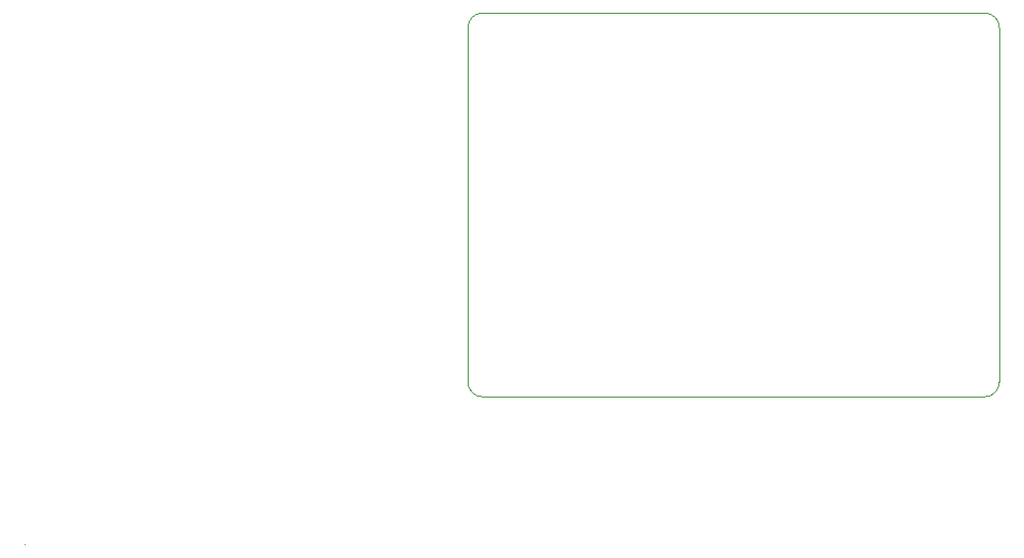
<source format=gm1>
%TF.GenerationSoftware,KiCad,Pcbnew,5.1.6-c6e7f7d~87~ubuntu18.04.1*%
%TF.CreationDate,2020-08-08T17:14:56-07:00*%
%TF.ProjectId,Cough-GoNoGo,436f7567-682d-4476-9f4e-6f476f2e6b69,A.01*%
%TF.SameCoordinates,Original*%
%TF.FileFunction,Profile,NP*%
%FSLAX46Y46*%
G04 Gerber Fmt 4.6, Leading zero omitted, Abs format (unit mm)*
G04 Created by KiCad (PCBNEW 5.1.6-c6e7f7d~87~ubuntu18.04.1) date 2020-08-08 17:14:56*
%MOMM*%
%LPD*%
G01*
G04 APERTURE LIST*
%TA.AperFunction,Profile*%
%ADD10C,0.050000*%
%TD*%
G04 APERTURE END LIST*
D10*
X172720000Y-95250000D02*
G75*
G03*
X171450000Y-93980000I-1270000J0D01*
G01*
X171450000Y-127000000D02*
G75*
G03*
X172720000Y-125730000I0J1270000D01*
G01*
X128270000Y-127000000D02*
G75*
G02*
X127000000Y-125730000I0J1270000D01*
G01*
X127000000Y-95250000D02*
G75*
G02*
X128270000Y-93980000I1270000J0D01*
G01*
X88900000Y-139700000D02*
X88900000Y-139700000D01*
X128270000Y-127000000D02*
X171450000Y-127000000D01*
X127000000Y-125730000D02*
X127000000Y-95250000D01*
X128270000Y-93980000D02*
X171450000Y-93980000D01*
X172720000Y-95250000D02*
X172720000Y-125730000D01*
M02*

</source>
